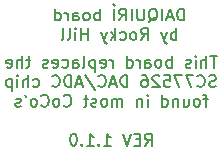
<source format=gbr>
G04 #@! TF.GenerationSoftware,KiCad,Pcbnew,5.1.5+dfsg1-2build2*
G04 #@! TF.CreationDate,2021-11-18T22:50:20-05:00*
G04 #@! TF.ProjectId,color_computer_dac,636f6c6f-725f-4636-9f6d-70757465725f,1.1.0*
G04 #@! TF.SameCoordinates,Original*
G04 #@! TF.FileFunction,Legend,Bot*
G04 #@! TF.FilePolarity,Positive*
%FSLAX46Y46*%
G04 Gerber Fmt 4.6, Leading zero omitted, Abs format (unit mm)*
G04 Created by KiCad (PCBNEW 5.1.5+dfsg1-2build2) date 2021-11-18 22:50:20*
%MOMM*%
%LPD*%
G04 APERTURE LIST*
%ADD10C,0.150000*%
G04 APERTURE END LIST*
D10*
X134206190Y-124532380D02*
X133634761Y-124532380D01*
X133920476Y-125532380D02*
X133920476Y-124532380D01*
X133301428Y-125532380D02*
X133301428Y-124532380D01*
X132872857Y-125532380D02*
X132872857Y-125008571D01*
X132920476Y-124913333D01*
X133015714Y-124865714D01*
X133158571Y-124865714D01*
X133253809Y-124913333D01*
X133301428Y-124960952D01*
X132396666Y-125532380D02*
X132396666Y-124865714D01*
X132396666Y-124532380D02*
X132444285Y-124580000D01*
X132396666Y-124627619D01*
X132349047Y-124580000D01*
X132396666Y-124532380D01*
X132396666Y-124627619D01*
X131968095Y-125484761D02*
X131872857Y-125532380D01*
X131682380Y-125532380D01*
X131587142Y-125484761D01*
X131539523Y-125389523D01*
X131539523Y-125341904D01*
X131587142Y-125246666D01*
X131682380Y-125199047D01*
X131825238Y-125199047D01*
X131920476Y-125151428D01*
X131968095Y-125056190D01*
X131968095Y-125008571D01*
X131920476Y-124913333D01*
X131825238Y-124865714D01*
X131682380Y-124865714D01*
X131587142Y-124913333D01*
X130349047Y-125532380D02*
X130349047Y-124532380D01*
X130349047Y-124913333D02*
X130253809Y-124865714D01*
X130063333Y-124865714D01*
X129968095Y-124913333D01*
X129920476Y-124960952D01*
X129872857Y-125056190D01*
X129872857Y-125341904D01*
X129920476Y-125437142D01*
X129968095Y-125484761D01*
X130063333Y-125532380D01*
X130253809Y-125532380D01*
X130349047Y-125484761D01*
X129301428Y-125532380D02*
X129396666Y-125484761D01*
X129444285Y-125437142D01*
X129491904Y-125341904D01*
X129491904Y-125056190D01*
X129444285Y-124960952D01*
X129396666Y-124913333D01*
X129301428Y-124865714D01*
X129158571Y-124865714D01*
X129063333Y-124913333D01*
X129015714Y-124960952D01*
X128968095Y-125056190D01*
X128968095Y-125341904D01*
X129015714Y-125437142D01*
X129063333Y-125484761D01*
X129158571Y-125532380D01*
X129301428Y-125532380D01*
X128110952Y-125532380D02*
X128110952Y-125008571D01*
X128158571Y-124913333D01*
X128253809Y-124865714D01*
X128444285Y-124865714D01*
X128539523Y-124913333D01*
X128110952Y-125484761D02*
X128206190Y-125532380D01*
X128444285Y-125532380D01*
X128539523Y-125484761D01*
X128587142Y-125389523D01*
X128587142Y-125294285D01*
X128539523Y-125199047D01*
X128444285Y-125151428D01*
X128206190Y-125151428D01*
X128110952Y-125103809D01*
X127634761Y-125532380D02*
X127634761Y-124865714D01*
X127634761Y-125056190D02*
X127587142Y-124960952D01*
X127539523Y-124913333D01*
X127444285Y-124865714D01*
X127349047Y-124865714D01*
X126587142Y-125532380D02*
X126587142Y-124532380D01*
X126587142Y-125484761D02*
X126682380Y-125532380D01*
X126872857Y-125532380D01*
X126968095Y-125484761D01*
X127015714Y-125437142D01*
X127063333Y-125341904D01*
X127063333Y-125056190D01*
X127015714Y-124960952D01*
X126968095Y-124913333D01*
X126872857Y-124865714D01*
X126682380Y-124865714D01*
X126587142Y-124913333D01*
X125349047Y-125532380D02*
X125349047Y-124865714D01*
X125349047Y-125056190D02*
X125301428Y-124960952D01*
X125253809Y-124913333D01*
X125158571Y-124865714D01*
X125063333Y-124865714D01*
X124349047Y-125484761D02*
X124444285Y-125532380D01*
X124634761Y-125532380D01*
X124730000Y-125484761D01*
X124777619Y-125389523D01*
X124777619Y-125008571D01*
X124730000Y-124913333D01*
X124634761Y-124865714D01*
X124444285Y-124865714D01*
X124349047Y-124913333D01*
X124301428Y-125008571D01*
X124301428Y-125103809D01*
X124777619Y-125199047D01*
X123872857Y-124865714D02*
X123872857Y-125865714D01*
X123872857Y-124913333D02*
X123777619Y-124865714D01*
X123587142Y-124865714D01*
X123491904Y-124913333D01*
X123444285Y-124960952D01*
X123396666Y-125056190D01*
X123396666Y-125341904D01*
X123444285Y-125437142D01*
X123491904Y-125484761D01*
X123587142Y-125532380D01*
X123777619Y-125532380D01*
X123872857Y-125484761D01*
X122825238Y-125532380D02*
X122920476Y-125484761D01*
X122968095Y-125389523D01*
X122968095Y-124532380D01*
X122015714Y-125532380D02*
X122015714Y-125008571D01*
X122063333Y-124913333D01*
X122158571Y-124865714D01*
X122349047Y-124865714D01*
X122444285Y-124913333D01*
X122015714Y-125484761D02*
X122110952Y-125532380D01*
X122349047Y-125532380D01*
X122444285Y-125484761D01*
X122491904Y-125389523D01*
X122491904Y-125294285D01*
X122444285Y-125199047D01*
X122349047Y-125151428D01*
X122110952Y-125151428D01*
X122015714Y-125103809D01*
X121110952Y-125484761D02*
X121206190Y-125532380D01*
X121396666Y-125532380D01*
X121491904Y-125484761D01*
X121539523Y-125437142D01*
X121587142Y-125341904D01*
X121587142Y-125056190D01*
X121539523Y-124960952D01*
X121491904Y-124913333D01*
X121396666Y-124865714D01*
X121206190Y-124865714D01*
X121110952Y-124913333D01*
X120301428Y-125484761D02*
X120396666Y-125532380D01*
X120587142Y-125532380D01*
X120682380Y-125484761D01*
X120730000Y-125389523D01*
X120730000Y-125008571D01*
X120682380Y-124913333D01*
X120587142Y-124865714D01*
X120396666Y-124865714D01*
X120301428Y-124913333D01*
X120253809Y-125008571D01*
X120253809Y-125103809D01*
X120730000Y-125199047D01*
X119872857Y-125484761D02*
X119777619Y-125532380D01*
X119587142Y-125532380D01*
X119491904Y-125484761D01*
X119444285Y-125389523D01*
X119444285Y-125341904D01*
X119491904Y-125246666D01*
X119587142Y-125199047D01*
X119730000Y-125199047D01*
X119825238Y-125151428D01*
X119872857Y-125056190D01*
X119872857Y-125008571D01*
X119825238Y-124913333D01*
X119730000Y-124865714D01*
X119587142Y-124865714D01*
X119491904Y-124913333D01*
X118396666Y-124865714D02*
X118015714Y-124865714D01*
X118253809Y-124532380D02*
X118253809Y-125389523D01*
X118206190Y-125484761D01*
X118110952Y-125532380D01*
X118015714Y-125532380D01*
X117682380Y-125532380D02*
X117682380Y-124532380D01*
X117253809Y-125532380D02*
X117253809Y-125008571D01*
X117301428Y-124913333D01*
X117396666Y-124865714D01*
X117539523Y-124865714D01*
X117634761Y-124913333D01*
X117682380Y-124960952D01*
X116396666Y-125484761D02*
X116491904Y-125532380D01*
X116682380Y-125532380D01*
X116777619Y-125484761D01*
X116825238Y-125389523D01*
X116825238Y-125008571D01*
X116777619Y-124913333D01*
X116682380Y-124865714D01*
X116491904Y-124865714D01*
X116396666Y-124913333D01*
X116349047Y-125008571D01*
X116349047Y-125103809D01*
X116825238Y-125199047D01*
X134110952Y-127134761D02*
X133968095Y-127182380D01*
X133730000Y-127182380D01*
X133634761Y-127134761D01*
X133587142Y-127087142D01*
X133539523Y-126991904D01*
X133539523Y-126896666D01*
X133587142Y-126801428D01*
X133634761Y-126753809D01*
X133730000Y-126706190D01*
X133920476Y-126658571D01*
X134015714Y-126610952D01*
X134063333Y-126563333D01*
X134110952Y-126468095D01*
X134110952Y-126372857D01*
X134063333Y-126277619D01*
X134015714Y-126230000D01*
X133920476Y-126182380D01*
X133682380Y-126182380D01*
X133539523Y-126230000D01*
X132539523Y-127087142D02*
X132587142Y-127134761D01*
X132730000Y-127182380D01*
X132825238Y-127182380D01*
X132968095Y-127134761D01*
X133063333Y-127039523D01*
X133110952Y-126944285D01*
X133158571Y-126753809D01*
X133158571Y-126610952D01*
X133110952Y-126420476D01*
X133063333Y-126325238D01*
X132968095Y-126230000D01*
X132825238Y-126182380D01*
X132730000Y-126182380D01*
X132587142Y-126230000D01*
X132539523Y-126277619D01*
X132206190Y-126182380D02*
X131539523Y-126182380D01*
X131968095Y-127182380D01*
X131253809Y-126182380D02*
X130587142Y-126182380D01*
X131015714Y-127182380D01*
X129730000Y-126182380D02*
X130206190Y-126182380D01*
X130253809Y-126658571D01*
X130206190Y-126610952D01*
X130110952Y-126563333D01*
X129872857Y-126563333D01*
X129777619Y-126610952D01*
X129730000Y-126658571D01*
X129682380Y-126753809D01*
X129682380Y-126991904D01*
X129730000Y-127087142D01*
X129777619Y-127134761D01*
X129872857Y-127182380D01*
X130110952Y-127182380D01*
X130206190Y-127134761D01*
X130253809Y-127087142D01*
X129301428Y-126277619D02*
X129253809Y-126230000D01*
X129158571Y-126182380D01*
X128920476Y-126182380D01*
X128825238Y-126230000D01*
X128777619Y-126277619D01*
X128730000Y-126372857D01*
X128730000Y-126468095D01*
X128777619Y-126610952D01*
X129349047Y-127182380D01*
X128730000Y-127182380D01*
X127872857Y-126182380D02*
X128063333Y-126182380D01*
X128158571Y-126230000D01*
X128206190Y-126277619D01*
X128301428Y-126420476D01*
X128349047Y-126610952D01*
X128349047Y-126991904D01*
X128301428Y-127087142D01*
X128253809Y-127134761D01*
X128158571Y-127182380D01*
X127968095Y-127182380D01*
X127872857Y-127134761D01*
X127825238Y-127087142D01*
X127777619Y-126991904D01*
X127777619Y-126753809D01*
X127825238Y-126658571D01*
X127872857Y-126610952D01*
X127968095Y-126563333D01*
X128158571Y-126563333D01*
X128253809Y-126610952D01*
X128301428Y-126658571D01*
X128349047Y-126753809D01*
X126587142Y-127182380D02*
X126587142Y-126182380D01*
X126349047Y-126182380D01*
X126206190Y-126230000D01*
X126110952Y-126325238D01*
X126063333Y-126420476D01*
X126015714Y-126610952D01*
X126015714Y-126753809D01*
X126063333Y-126944285D01*
X126110952Y-127039523D01*
X126206190Y-127134761D01*
X126349047Y-127182380D01*
X126587142Y-127182380D01*
X125634761Y-126896666D02*
X125158571Y-126896666D01*
X125730000Y-127182380D02*
X125396666Y-126182380D01*
X125063333Y-127182380D01*
X124158571Y-127087142D02*
X124206190Y-127134761D01*
X124349047Y-127182380D01*
X124444285Y-127182380D01*
X124587142Y-127134761D01*
X124682380Y-127039523D01*
X124730000Y-126944285D01*
X124777619Y-126753809D01*
X124777619Y-126610952D01*
X124730000Y-126420476D01*
X124682380Y-126325238D01*
X124587142Y-126230000D01*
X124444285Y-126182380D01*
X124349047Y-126182380D01*
X124206190Y-126230000D01*
X124158571Y-126277619D01*
X123015714Y-126134761D02*
X123872857Y-127420476D01*
X122730000Y-126896666D02*
X122253809Y-126896666D01*
X122825238Y-127182380D02*
X122491904Y-126182380D01*
X122158571Y-127182380D01*
X121825238Y-127182380D02*
X121825238Y-126182380D01*
X121587142Y-126182380D01*
X121444285Y-126230000D01*
X121349047Y-126325238D01*
X121301428Y-126420476D01*
X121253809Y-126610952D01*
X121253809Y-126753809D01*
X121301428Y-126944285D01*
X121349047Y-127039523D01*
X121444285Y-127134761D01*
X121587142Y-127182380D01*
X121825238Y-127182380D01*
X120253809Y-127087142D02*
X120301428Y-127134761D01*
X120444285Y-127182380D01*
X120539523Y-127182380D01*
X120682380Y-127134761D01*
X120777619Y-127039523D01*
X120825238Y-126944285D01*
X120872857Y-126753809D01*
X120872857Y-126610952D01*
X120825238Y-126420476D01*
X120777619Y-126325238D01*
X120682380Y-126230000D01*
X120539523Y-126182380D01*
X120444285Y-126182380D01*
X120301428Y-126230000D01*
X120253809Y-126277619D01*
X118634761Y-127134761D02*
X118730000Y-127182380D01*
X118920476Y-127182380D01*
X119015714Y-127134761D01*
X119063333Y-127087142D01*
X119110952Y-126991904D01*
X119110952Y-126706190D01*
X119063333Y-126610952D01*
X119015714Y-126563333D01*
X118920476Y-126515714D01*
X118730000Y-126515714D01*
X118634761Y-126563333D01*
X118206190Y-127182380D02*
X118206190Y-126182380D01*
X117777619Y-127182380D02*
X117777619Y-126658571D01*
X117825238Y-126563333D01*
X117920476Y-126515714D01*
X118063333Y-126515714D01*
X118158571Y-126563333D01*
X118206190Y-126610952D01*
X117301428Y-127182380D02*
X117301428Y-126515714D01*
X117301428Y-126182380D02*
X117349047Y-126230000D01*
X117301428Y-126277619D01*
X117253809Y-126230000D01*
X117301428Y-126182380D01*
X117301428Y-126277619D01*
X116825238Y-126515714D02*
X116825238Y-127515714D01*
X116825238Y-126563333D02*
X116730000Y-126515714D01*
X116539523Y-126515714D01*
X116444285Y-126563333D01*
X116396666Y-126610952D01*
X116349047Y-126706190D01*
X116349047Y-126991904D01*
X116396666Y-127087142D01*
X116444285Y-127134761D01*
X116539523Y-127182380D01*
X116730000Y-127182380D01*
X116825238Y-127134761D01*
X133420476Y-128165714D02*
X133039523Y-128165714D01*
X133277619Y-128832380D02*
X133277619Y-127975238D01*
X133230000Y-127880000D01*
X133134761Y-127832380D01*
X133039523Y-127832380D01*
X132563333Y-128832380D02*
X132658571Y-128784761D01*
X132706190Y-128737142D01*
X132753809Y-128641904D01*
X132753809Y-128356190D01*
X132706190Y-128260952D01*
X132658571Y-128213333D01*
X132563333Y-128165714D01*
X132420476Y-128165714D01*
X132325238Y-128213333D01*
X132277619Y-128260952D01*
X132230000Y-128356190D01*
X132230000Y-128641904D01*
X132277619Y-128737142D01*
X132325238Y-128784761D01*
X132420476Y-128832380D01*
X132563333Y-128832380D01*
X131372857Y-128165714D02*
X131372857Y-128832380D01*
X131801428Y-128165714D02*
X131801428Y-128689523D01*
X131753809Y-128784761D01*
X131658571Y-128832380D01*
X131515714Y-128832380D01*
X131420476Y-128784761D01*
X131372857Y-128737142D01*
X130896666Y-128165714D02*
X130896666Y-128832380D01*
X130896666Y-128260952D02*
X130849047Y-128213333D01*
X130753809Y-128165714D01*
X130610952Y-128165714D01*
X130515714Y-128213333D01*
X130468095Y-128308571D01*
X130468095Y-128832380D01*
X129563333Y-128832380D02*
X129563333Y-127832380D01*
X129563333Y-128784761D02*
X129658571Y-128832380D01*
X129849047Y-128832380D01*
X129944285Y-128784761D01*
X129991904Y-128737142D01*
X130039523Y-128641904D01*
X130039523Y-128356190D01*
X129991904Y-128260952D01*
X129944285Y-128213333D01*
X129849047Y-128165714D01*
X129658571Y-128165714D01*
X129563333Y-128213333D01*
X128325238Y-128832380D02*
X128325238Y-128165714D01*
X128325238Y-127832380D02*
X128372857Y-127880000D01*
X128325238Y-127927619D01*
X128277619Y-127880000D01*
X128325238Y-127832380D01*
X128325238Y-127927619D01*
X127849047Y-128165714D02*
X127849047Y-128832380D01*
X127849047Y-128260952D02*
X127801428Y-128213333D01*
X127706190Y-128165714D01*
X127563333Y-128165714D01*
X127468095Y-128213333D01*
X127420476Y-128308571D01*
X127420476Y-128832380D01*
X126182380Y-128832380D02*
X126182380Y-128165714D01*
X126182380Y-128260952D02*
X126134761Y-128213333D01*
X126039523Y-128165714D01*
X125896666Y-128165714D01*
X125801428Y-128213333D01*
X125753809Y-128308571D01*
X125753809Y-128832380D01*
X125753809Y-128308571D02*
X125706190Y-128213333D01*
X125610952Y-128165714D01*
X125468095Y-128165714D01*
X125372857Y-128213333D01*
X125325238Y-128308571D01*
X125325238Y-128832380D01*
X124706190Y-128832380D02*
X124801428Y-128784761D01*
X124849047Y-128737142D01*
X124896666Y-128641904D01*
X124896666Y-128356190D01*
X124849047Y-128260952D01*
X124801428Y-128213333D01*
X124706190Y-128165714D01*
X124563333Y-128165714D01*
X124468095Y-128213333D01*
X124420476Y-128260952D01*
X124372857Y-128356190D01*
X124372857Y-128641904D01*
X124420476Y-128737142D01*
X124468095Y-128784761D01*
X124563333Y-128832380D01*
X124706190Y-128832380D01*
X123991904Y-128784761D02*
X123896666Y-128832380D01*
X123706190Y-128832380D01*
X123610952Y-128784761D01*
X123563333Y-128689523D01*
X123563333Y-128641904D01*
X123610952Y-128546666D01*
X123706190Y-128499047D01*
X123849047Y-128499047D01*
X123944285Y-128451428D01*
X123991904Y-128356190D01*
X123991904Y-128308571D01*
X123944285Y-128213333D01*
X123849047Y-128165714D01*
X123706190Y-128165714D01*
X123610952Y-128213333D01*
X123277619Y-128165714D02*
X122896666Y-128165714D01*
X123134761Y-127832380D02*
X123134761Y-128689523D01*
X123087142Y-128784761D01*
X122991904Y-128832380D01*
X122896666Y-128832380D01*
X121230000Y-128737142D02*
X121277619Y-128784761D01*
X121420476Y-128832380D01*
X121515714Y-128832380D01*
X121658571Y-128784761D01*
X121753809Y-128689523D01*
X121801428Y-128594285D01*
X121849047Y-128403809D01*
X121849047Y-128260952D01*
X121801428Y-128070476D01*
X121753809Y-127975238D01*
X121658571Y-127880000D01*
X121515714Y-127832380D01*
X121420476Y-127832380D01*
X121277619Y-127880000D01*
X121230000Y-127927619D01*
X120658571Y-128832380D02*
X120753809Y-128784761D01*
X120801428Y-128737142D01*
X120849047Y-128641904D01*
X120849047Y-128356190D01*
X120801428Y-128260952D01*
X120753809Y-128213333D01*
X120658571Y-128165714D01*
X120515714Y-128165714D01*
X120420476Y-128213333D01*
X120372857Y-128260952D01*
X120325238Y-128356190D01*
X120325238Y-128641904D01*
X120372857Y-128737142D01*
X120420476Y-128784761D01*
X120515714Y-128832380D01*
X120658571Y-128832380D01*
X119325238Y-128737142D02*
X119372857Y-128784761D01*
X119515714Y-128832380D01*
X119610952Y-128832380D01*
X119753809Y-128784761D01*
X119849047Y-128689523D01*
X119896666Y-128594285D01*
X119944285Y-128403809D01*
X119944285Y-128260952D01*
X119896666Y-128070476D01*
X119849047Y-127975238D01*
X119753809Y-127880000D01*
X119610952Y-127832380D01*
X119515714Y-127832380D01*
X119372857Y-127880000D01*
X119325238Y-127927619D01*
X118753809Y-128832380D02*
X118849047Y-128784761D01*
X118896666Y-128737142D01*
X118944285Y-128641904D01*
X118944285Y-128356190D01*
X118896666Y-128260952D01*
X118849047Y-128213333D01*
X118753809Y-128165714D01*
X118610952Y-128165714D01*
X118515714Y-128213333D01*
X118468095Y-128260952D01*
X118420476Y-128356190D01*
X118420476Y-128641904D01*
X118468095Y-128737142D01*
X118515714Y-128784761D01*
X118610952Y-128832380D01*
X118753809Y-128832380D01*
X117944285Y-127832380D02*
X118039523Y-128022857D01*
X117563333Y-128784761D02*
X117468095Y-128832380D01*
X117277619Y-128832380D01*
X117182380Y-128784761D01*
X117134761Y-128689523D01*
X117134761Y-128641904D01*
X117182380Y-128546666D01*
X117277619Y-128499047D01*
X117420476Y-128499047D01*
X117515714Y-128451428D01*
X117563333Y-128356190D01*
X117563333Y-128308571D01*
X117515714Y-128213333D01*
X117420476Y-128165714D01*
X117277619Y-128165714D01*
X117182380Y-128213333D01*
X128087142Y-132132380D02*
X128420476Y-131656190D01*
X128658571Y-132132380D02*
X128658571Y-131132380D01*
X128277619Y-131132380D01*
X128182380Y-131180000D01*
X128134761Y-131227619D01*
X128087142Y-131322857D01*
X128087142Y-131465714D01*
X128134761Y-131560952D01*
X128182380Y-131608571D01*
X128277619Y-131656190D01*
X128658571Y-131656190D01*
X127658571Y-131608571D02*
X127325238Y-131608571D01*
X127182380Y-132132380D02*
X127658571Y-132132380D01*
X127658571Y-131132380D01*
X127182380Y-131132380D01*
X126896666Y-131132380D02*
X126563333Y-132132380D01*
X126230000Y-131132380D01*
X124610952Y-132132380D02*
X125182380Y-132132380D01*
X124896666Y-132132380D02*
X124896666Y-131132380D01*
X124991904Y-131275238D01*
X125087142Y-131370476D01*
X125182380Y-131418095D01*
X124182380Y-132037142D02*
X124134761Y-132084761D01*
X124182380Y-132132380D01*
X124230000Y-132084761D01*
X124182380Y-132037142D01*
X124182380Y-132132380D01*
X123182380Y-132132380D02*
X123753809Y-132132380D01*
X123468095Y-132132380D02*
X123468095Y-131132380D01*
X123563333Y-131275238D01*
X123658571Y-131370476D01*
X123753809Y-131418095D01*
X122753809Y-132037142D02*
X122706190Y-132084761D01*
X122753809Y-132132380D01*
X122801428Y-132084761D01*
X122753809Y-132037142D01*
X122753809Y-132132380D01*
X122087142Y-131132380D02*
X121991904Y-131132380D01*
X121896666Y-131180000D01*
X121849047Y-131227619D01*
X121801428Y-131322857D01*
X121753809Y-131513333D01*
X121753809Y-131751428D01*
X121801428Y-131941904D01*
X121849047Y-132037142D01*
X121896666Y-132084761D01*
X121991904Y-132132380D01*
X122087142Y-132132380D01*
X122182380Y-132084761D01*
X122230000Y-132037142D01*
X122277619Y-131941904D01*
X122325238Y-131751428D01*
X122325238Y-131513333D01*
X122277619Y-131322857D01*
X122230000Y-131227619D01*
X122182380Y-131180000D01*
X122087142Y-131132380D01*
X131402380Y-121537380D02*
X131402380Y-120537380D01*
X131164285Y-120537380D01*
X131021428Y-120585000D01*
X130926190Y-120680238D01*
X130878571Y-120775476D01*
X130830952Y-120965952D01*
X130830952Y-121108809D01*
X130878571Y-121299285D01*
X130926190Y-121394523D01*
X131021428Y-121489761D01*
X131164285Y-121537380D01*
X131402380Y-121537380D01*
X130450000Y-121251666D02*
X129973809Y-121251666D01*
X130545238Y-121537380D02*
X130211904Y-120537380D01*
X129878571Y-121537380D01*
X129545238Y-121537380D02*
X129545238Y-120537380D01*
X128402380Y-121632619D02*
X128497619Y-121585000D01*
X128592857Y-121489761D01*
X128735714Y-121346904D01*
X128830952Y-121299285D01*
X128926190Y-121299285D01*
X128878571Y-121537380D02*
X128973809Y-121489761D01*
X129069047Y-121394523D01*
X129116666Y-121204047D01*
X129116666Y-120870714D01*
X129069047Y-120680238D01*
X128973809Y-120585000D01*
X128878571Y-120537380D01*
X128688095Y-120537380D01*
X128592857Y-120585000D01*
X128497619Y-120680238D01*
X128450000Y-120870714D01*
X128450000Y-121204047D01*
X128497619Y-121394523D01*
X128592857Y-121489761D01*
X128688095Y-121537380D01*
X128878571Y-121537380D01*
X128021428Y-120537380D02*
X128021428Y-121346904D01*
X127973809Y-121442142D01*
X127926190Y-121489761D01*
X127830952Y-121537380D01*
X127640476Y-121537380D01*
X127545238Y-121489761D01*
X127497619Y-121442142D01*
X127450000Y-121346904D01*
X127450000Y-120537380D01*
X126973809Y-121537380D02*
X126973809Y-120537380D01*
X125926190Y-121537380D02*
X126259523Y-121061190D01*
X126497619Y-121537380D02*
X126497619Y-120537380D01*
X126116666Y-120537380D01*
X126021428Y-120585000D01*
X125973809Y-120632619D01*
X125926190Y-120727857D01*
X125926190Y-120870714D01*
X125973809Y-120965952D01*
X126021428Y-121013571D01*
X126116666Y-121061190D01*
X126497619Y-121061190D01*
X125497619Y-121537380D02*
X125497619Y-120537380D01*
X125402380Y-120156428D02*
X125545238Y-120299285D01*
X124259523Y-121537380D02*
X124259523Y-120537380D01*
X124259523Y-120918333D02*
X124164285Y-120870714D01*
X123973809Y-120870714D01*
X123878571Y-120918333D01*
X123830952Y-120965952D01*
X123783333Y-121061190D01*
X123783333Y-121346904D01*
X123830952Y-121442142D01*
X123878571Y-121489761D01*
X123973809Y-121537380D01*
X124164285Y-121537380D01*
X124259523Y-121489761D01*
X123211904Y-121537380D02*
X123307142Y-121489761D01*
X123354761Y-121442142D01*
X123402380Y-121346904D01*
X123402380Y-121061190D01*
X123354761Y-120965952D01*
X123307142Y-120918333D01*
X123211904Y-120870714D01*
X123069047Y-120870714D01*
X122973809Y-120918333D01*
X122926190Y-120965952D01*
X122878571Y-121061190D01*
X122878571Y-121346904D01*
X122926190Y-121442142D01*
X122973809Y-121489761D01*
X123069047Y-121537380D01*
X123211904Y-121537380D01*
X122021428Y-121537380D02*
X122021428Y-121013571D01*
X122069047Y-120918333D01*
X122164285Y-120870714D01*
X122354761Y-120870714D01*
X122450000Y-120918333D01*
X122021428Y-121489761D02*
X122116666Y-121537380D01*
X122354761Y-121537380D01*
X122450000Y-121489761D01*
X122497619Y-121394523D01*
X122497619Y-121299285D01*
X122450000Y-121204047D01*
X122354761Y-121156428D01*
X122116666Y-121156428D01*
X122021428Y-121108809D01*
X121545238Y-121537380D02*
X121545238Y-120870714D01*
X121545238Y-121061190D02*
X121497619Y-120965952D01*
X121450000Y-120918333D01*
X121354761Y-120870714D01*
X121259523Y-120870714D01*
X120497619Y-121537380D02*
X120497619Y-120537380D01*
X120497619Y-121489761D02*
X120592857Y-121537380D01*
X120783333Y-121537380D01*
X120878571Y-121489761D01*
X120926190Y-121442142D01*
X120973809Y-121346904D01*
X120973809Y-121061190D01*
X120926190Y-120965952D01*
X120878571Y-120918333D01*
X120783333Y-120870714D01*
X120592857Y-120870714D01*
X120497619Y-120918333D01*
X130759523Y-123187380D02*
X130759523Y-122187380D01*
X130759523Y-122568333D02*
X130664285Y-122520714D01*
X130473809Y-122520714D01*
X130378571Y-122568333D01*
X130330952Y-122615952D01*
X130283333Y-122711190D01*
X130283333Y-122996904D01*
X130330952Y-123092142D01*
X130378571Y-123139761D01*
X130473809Y-123187380D01*
X130664285Y-123187380D01*
X130759523Y-123139761D01*
X129950000Y-122520714D02*
X129711904Y-123187380D01*
X129473809Y-122520714D02*
X129711904Y-123187380D01*
X129807142Y-123425476D01*
X129854761Y-123473095D01*
X129950000Y-123520714D01*
X127759523Y-123187380D02*
X128092857Y-122711190D01*
X128330952Y-123187380D02*
X128330952Y-122187380D01*
X127950000Y-122187380D01*
X127854761Y-122235000D01*
X127807142Y-122282619D01*
X127759523Y-122377857D01*
X127759523Y-122520714D01*
X127807142Y-122615952D01*
X127854761Y-122663571D01*
X127950000Y-122711190D01*
X128330952Y-122711190D01*
X127188095Y-123187380D02*
X127283333Y-123139761D01*
X127330952Y-123092142D01*
X127378571Y-122996904D01*
X127378571Y-122711190D01*
X127330952Y-122615952D01*
X127283333Y-122568333D01*
X127188095Y-122520714D01*
X127045238Y-122520714D01*
X126950000Y-122568333D01*
X126902380Y-122615952D01*
X126854761Y-122711190D01*
X126854761Y-122996904D01*
X126902380Y-123092142D01*
X126950000Y-123139761D01*
X127045238Y-123187380D01*
X127188095Y-123187380D01*
X125997619Y-123139761D02*
X126092857Y-123187380D01*
X126283333Y-123187380D01*
X126378571Y-123139761D01*
X126426190Y-123092142D01*
X126473809Y-122996904D01*
X126473809Y-122711190D01*
X126426190Y-122615952D01*
X126378571Y-122568333D01*
X126283333Y-122520714D01*
X126092857Y-122520714D01*
X125997619Y-122568333D01*
X125569047Y-123187380D02*
X125569047Y-122187380D01*
X125473809Y-122806428D02*
X125188095Y-123187380D01*
X125188095Y-122520714D02*
X125569047Y-122901666D01*
X124854761Y-122520714D02*
X124616666Y-123187380D01*
X124378571Y-122520714D02*
X124616666Y-123187380D01*
X124711904Y-123425476D01*
X124759523Y-123473095D01*
X124854761Y-123520714D01*
X123235714Y-123187380D02*
X123235714Y-122187380D01*
X123235714Y-122663571D02*
X122664285Y-122663571D01*
X122664285Y-123187380D02*
X122664285Y-122187380D01*
X122188095Y-123187380D02*
X122188095Y-122520714D01*
X122188095Y-122187380D02*
X122235714Y-122235000D01*
X122188095Y-122282619D01*
X122140476Y-122235000D01*
X122188095Y-122187380D01*
X122188095Y-122282619D01*
X121569047Y-123187380D02*
X121664285Y-123139761D01*
X121711904Y-123044523D01*
X121711904Y-122187380D01*
X121045238Y-123187380D02*
X121140476Y-123139761D01*
X121188095Y-123044523D01*
X121188095Y-122187380D01*
M02*

</source>
